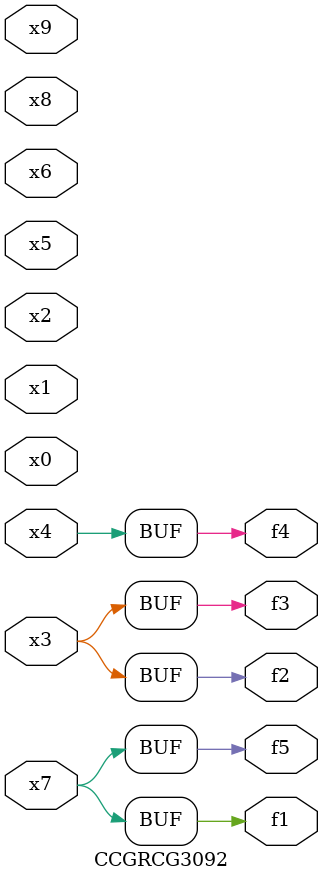
<source format=v>
module CCGRCG3092(
	input x0, x1, x2, x3, x4, x5, x6, x7, x8, x9,
	output f1, f2, f3, f4, f5
);
	assign f1 = x7;
	assign f2 = x3;
	assign f3 = x3;
	assign f4 = x4;
	assign f5 = x7;
endmodule

</source>
